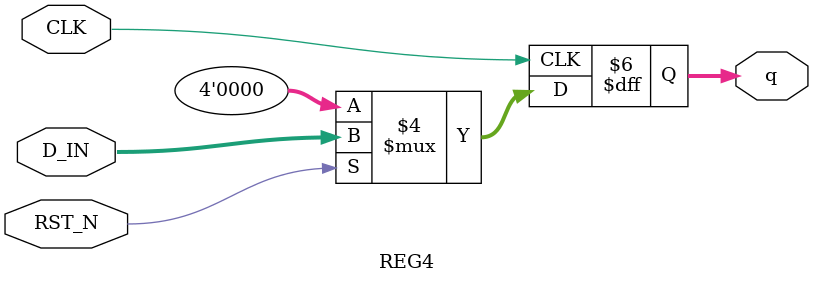
<source format=v>
module d_ff (
    input clk,d,
    output reg q
);
always @(posedge clk) 
        q<=d;
endmodule //数电实验3-0

module d_ff_r( //同步复位触发器
    input clk,d,rst,
    output reg q
);
always @(posedge clk) begin
    if(rst == 0)
        q<=1'b0;//一种数据表示方式，一般表示为“数据位宽'进制数值”
    else
        q<=d;
end
endmodule //数电实验3-0

module d_ff_r2(//异步复位触发器
    input clk,d,rst,
    output reg q
);
always @(posedge clk or negedge rst) begin
    if(rst==0)
        q<=1'b0;
    else
        q<=d;
end
endmodule //数电实验3-0

module REG4(
        input CLK,RST_N,
        input [3:0] D_IN,
        output reg [3:0] q 
);
always @(posedge CLK) begin//同步复位
    if(RST_N==0)
        q<=4'b0;
    else
        q<=D_IN;
end
endmodule //数电实验3-0
</source>
